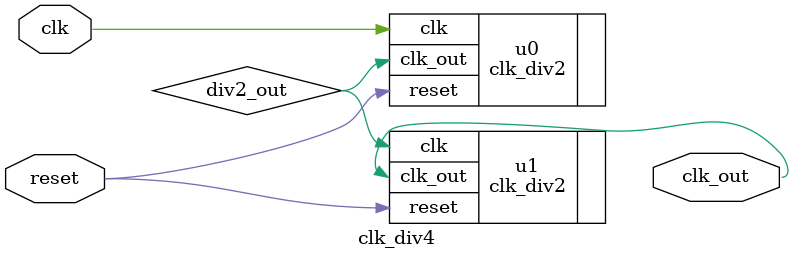
<source format=v>

module clk_div4(input clk, input reset, output clk_out);
    wire div2_out;
    clk_div2 u0(.clk(clk), .reset(reset), .clk_out(div2_out));
    clk_div2 u1(.clk(div2_out), .reset(reset), .clk_out(clk_out));
endmodule

</source>
